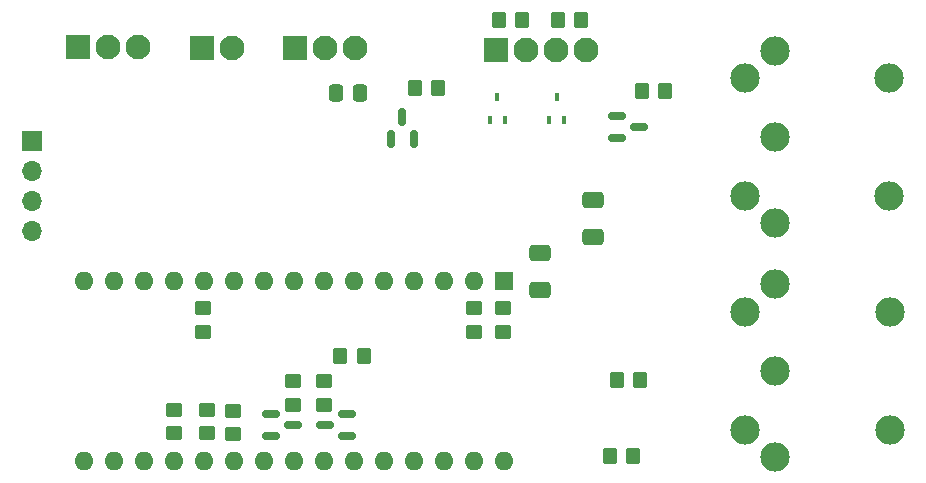
<source format=gbr>
%TF.GenerationSoftware,KiCad,Pcbnew,6.0.11-2627ca5db0~126~ubuntu22.04.1*%
%TF.CreationDate,2023-02-15T02:16:29-05:00*%
%TF.ProjectId,lin-valve-control,6c696e2d-7661-46c7-9665-2d636f6e7472,1.0*%
%TF.SameCoordinates,Original*%
%TF.FileFunction,Soldermask,Bot*%
%TF.FilePolarity,Negative*%
%FSLAX46Y46*%
G04 Gerber Fmt 4.6, Leading zero omitted, Abs format (unit mm)*
G04 Created by KiCad (PCBNEW 6.0.11-2627ca5db0~126~ubuntu22.04.1) date 2023-02-15 02:16:29*
%MOMM*%
%LPD*%
G01*
G04 APERTURE LIST*
G04 Aperture macros list*
%AMRoundRect*
0 Rectangle with rounded corners*
0 $1 Rounding radius*
0 $2 $3 $4 $5 $6 $7 $8 $9 X,Y pos of 4 corners*
0 Add a 4 corners polygon primitive as box body*
4,1,4,$2,$3,$4,$5,$6,$7,$8,$9,$2,$3,0*
0 Add four circle primitives for the rounded corners*
1,1,$1+$1,$2,$3*
1,1,$1+$1,$4,$5*
1,1,$1+$1,$6,$7*
1,1,$1+$1,$8,$9*
0 Add four rect primitives between the rounded corners*
20,1,$1+$1,$2,$3,$4,$5,0*
20,1,$1+$1,$4,$5,$6,$7,0*
20,1,$1+$1,$6,$7,$8,$9,0*
20,1,$1+$1,$8,$9,$2,$3,0*%
G04 Aperture macros list end*
%ADD10R,1.700000X1.700000*%
%ADD11O,1.700000X1.700000*%
%ADD12RoundRect,0.250000X-0.350000X-0.450000X0.350000X-0.450000X0.350000X0.450000X-0.350000X0.450000X0*%
%ADD13RoundRect,0.250000X0.350000X0.450000X-0.350000X0.450000X-0.350000X-0.450000X0.350000X-0.450000X0*%
%ADD14RoundRect,0.150000X-0.587500X-0.150000X0.587500X-0.150000X0.587500X0.150000X-0.587500X0.150000X0*%
%ADD15RoundRect,0.150000X0.150000X-0.587500X0.150000X0.587500X-0.150000X0.587500X-0.150000X-0.587500X0*%
%ADD16R,0.450000X0.700000*%
%ADD17R,2.100000X2.100000*%
%ADD18C,2.100000*%
%ADD19C,2.489200*%
%ADD20R,1.600000X1.600000*%
%ADD21O,1.600000X1.600000*%
%ADD22RoundRect,0.250000X-0.450000X0.350000X-0.450000X-0.350000X0.450000X-0.350000X0.450000X0.350000X0*%
%ADD23RoundRect,0.250000X0.450000X-0.350000X0.450000X0.350000X-0.450000X0.350000X-0.450000X-0.350000X0*%
%ADD24RoundRect,0.250000X0.650000X-0.412500X0.650000X0.412500X-0.650000X0.412500X-0.650000X-0.412500X0*%
%ADD25RoundRect,0.250000X-0.650000X0.412500X-0.650000X-0.412500X0.650000X-0.412500X0.650000X0.412500X0*%
%ADD26RoundRect,0.250000X0.337500X0.475000X-0.337500X0.475000X-0.337500X-0.475000X0.337500X-0.475000X0*%
%ADD27RoundRect,0.150000X0.587500X0.150000X-0.587500X0.150000X-0.587500X-0.150000X0.587500X-0.150000X0*%
G04 APERTURE END LIST*
D10*
%TO.C,J8*%
X154900000Y-71000000D03*
D11*
X154900000Y-73540000D03*
X154900000Y-76080000D03*
X154900000Y-78620000D03*
%TD*%
D12*
%TO.C,R19*%
X199400000Y-60700000D03*
X201400000Y-60700000D03*
%TD*%
%TO.C,R18*%
X194400000Y-60700000D03*
X196400000Y-60700000D03*
%TD*%
D13*
%TO.C,R17*%
X208500000Y-66700000D03*
X206500000Y-66700000D03*
%TD*%
%TO.C,R16*%
X189300000Y-66500000D03*
X187300000Y-66500000D03*
%TD*%
D14*
%TO.C,Q4*%
X204425000Y-70750000D03*
X204425000Y-68850000D03*
X206300000Y-69800000D03*
%TD*%
D15*
%TO.C,Q3*%
X187200000Y-70800000D03*
X185300000Y-70800000D03*
X186250000Y-68925000D03*
%TD*%
D16*
%TO.C,D2*%
X199950000Y-69200000D03*
X198650000Y-69200000D03*
X199300000Y-67200000D03*
%TD*%
%TO.C,D1*%
X194950000Y-69200000D03*
X193650000Y-69200000D03*
X194300000Y-67200000D03*
%TD*%
D17*
%TO.C,J1*%
X194185000Y-63300000D03*
D18*
X196725000Y-63300000D03*
X199265000Y-63300000D03*
X201805000Y-63300000D03*
%TD*%
D17*
%TO.C,J2*%
X169300000Y-63100000D03*
D18*
X171840000Y-63100000D03*
%TD*%
D19*
%TO.C,J7*%
X217800000Y-83100080D03*
X217800000Y-90400040D03*
X217800000Y-97700000D03*
X215300640Y-85401320D03*
X215300640Y-95398760D03*
X227500260Y-95398760D03*
X227500260Y-85401320D03*
%TD*%
D17*
%TO.C,J5*%
X158750000Y-62992000D03*
D18*
X161290000Y-62992000D03*
X163830000Y-62992000D03*
%TD*%
D17*
%TO.C,J4*%
X177200000Y-63100000D03*
D18*
X179740000Y-63100000D03*
X182280000Y-63100000D03*
%TD*%
D19*
%TO.C,J6*%
X217759280Y-63312040D03*
X217759280Y-70612000D03*
X217759280Y-77911960D03*
X215259920Y-65613280D03*
X215259920Y-75610720D03*
X227459540Y-75610720D03*
X227459540Y-65613280D03*
%TD*%
D20*
%TO.C,U1*%
X194818000Y-82814000D03*
D21*
X192278000Y-82814000D03*
X189738000Y-82814000D03*
X187198000Y-82814000D03*
X184658000Y-82814000D03*
X182118000Y-82814000D03*
X179578000Y-82814000D03*
X177038000Y-82814000D03*
X174498000Y-82814000D03*
X171958000Y-82814000D03*
X169418000Y-82814000D03*
X166878000Y-82814000D03*
X164338000Y-82814000D03*
X161798000Y-82814000D03*
X159258000Y-82814000D03*
X159258000Y-98054000D03*
X161798000Y-98054000D03*
X164338000Y-98054000D03*
X166878000Y-98054000D03*
X169418000Y-98054000D03*
X171958000Y-98054000D03*
X174498000Y-98054000D03*
X177038000Y-98054000D03*
X179578000Y-98054000D03*
X182118000Y-98054000D03*
X184658000Y-98054000D03*
X187198000Y-98054000D03*
X189738000Y-98054000D03*
X192278000Y-98054000D03*
X194818000Y-98054000D03*
%TD*%
D12*
%TO.C,R1*%
X180967500Y-89154000D03*
X182967500Y-89154000D03*
%TD*%
D22*
%TO.C,R4*%
X177000000Y-91300000D03*
X177000000Y-93300000D03*
%TD*%
D12*
%TO.C,R13*%
X204400000Y-91200000D03*
X206400000Y-91200000D03*
%TD*%
D23*
%TO.C,R3*%
X166900000Y-95700000D03*
X166900000Y-93700000D03*
%TD*%
D22*
%TO.C,R10*%
X169700000Y-93700000D03*
X169700000Y-95700000D03*
%TD*%
D24*
%TO.C,C1*%
X202400000Y-79062500D03*
X202400000Y-75937500D03*
%TD*%
D23*
%TO.C,R9*%
X169400000Y-87100000D03*
X169400000Y-85100000D03*
%TD*%
D25*
%TO.C,C3*%
X197900000Y-80475000D03*
X197900000Y-83600000D03*
%TD*%
D12*
%TO.C,R11*%
X203800000Y-97600000D03*
X205800000Y-97600000D03*
%TD*%
D23*
%TO.C,R6*%
X194800000Y-87100000D03*
X194800000Y-85100000D03*
%TD*%
D22*
%TO.C,R7*%
X179600000Y-91300000D03*
X179600000Y-93300000D03*
%TD*%
D26*
%TO.C,C2*%
X182700000Y-66900000D03*
X180625000Y-66900000D03*
%TD*%
D27*
%TO.C,Q1*%
X181575000Y-94050000D03*
X181575000Y-95950000D03*
X179700000Y-95000000D03*
%TD*%
D14*
%TO.C,Q2*%
X175125000Y-95950000D03*
X175125000Y-94050000D03*
X177000000Y-95000000D03*
%TD*%
D22*
%TO.C,R12*%
X171900000Y-93800000D03*
X171900000Y-95800000D03*
%TD*%
D23*
%TO.C,R2*%
X192300000Y-87100000D03*
X192300000Y-85100000D03*
%TD*%
M02*

</source>
